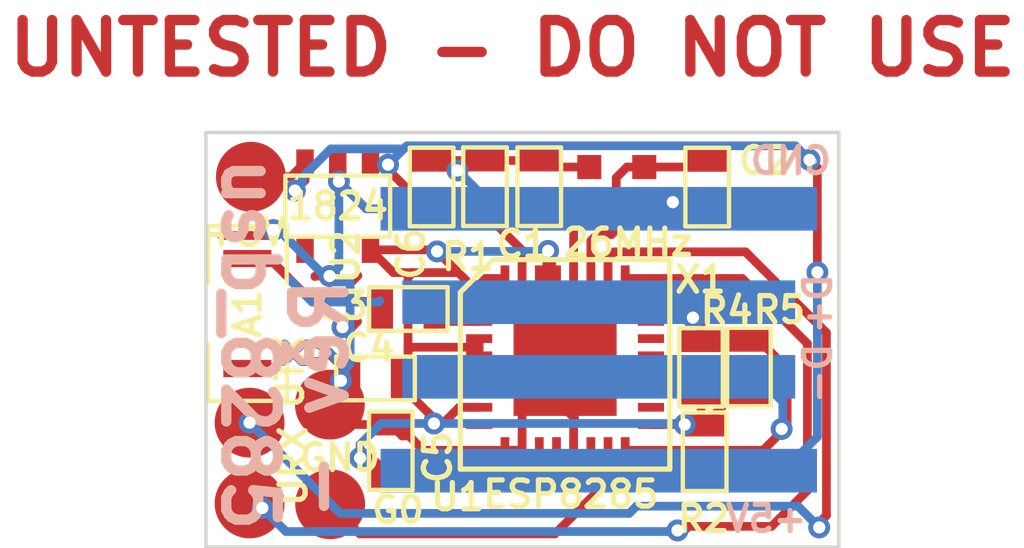
<source format=kicad_pcb>
(kicad_pcb (version 3) (host pcbnew "(2013-jul-07)-stable")

  (general
    (links 48)
    (no_connects 0)
    (area 36.367144 21.444028 59.2455 42.309972)
    (thickness 1.6)
    (drawings 21)
    (tracks 295)
    (zones 0)
    (modules 24)
    (nets 15)
  )

  (page User 139.7 139.7)
  (layers
    (15 F.Cu signal)
    (0 B.Cu signal)
    (16 B.Adhes user)
    (17 F.Adhes user)
    (18 B.Paste user)
    (19 F.Paste user)
    (20 B.SilkS user)
    (21 F.SilkS user)
    (22 B.Mask user)
    (23 F.Mask user)
    (24 Dwgs.User user)
    (25 Cmts.User user)
    (26 Eco1.User user)
    (27 Eco2.User user)
    (28 Edge.Cuts user)
  )

  (setup
    (last_trace_width 0.254)
    (trace_clearance 0.2413)
    (zone_clearance 0.508)
    (zone_45_only no)
    (trace_min 0.254)
    (segment_width 0.2)
    (edge_width 0.1)
    (via_size 0.635)
    (via_drill 0.3556)
    (via_min_size 0.6096)
    (via_min_drill 0.3302)
    (uvia_size 0.508)
    (uvia_drill 0.127)
    (uvias_allowed no)
    (uvia_min_size 0.508)
    (uvia_min_drill 0.127)
    (pcb_text_width 0.3)
    (pcb_text_size 1.5 1.5)
    (mod_edge_width 0.15)
    (mod_text_size 0.762 0.762)
    (mod_text_width 0.1524)
    (pad_size 1.0414 1.0414)
    (pad_drill 0)
    (pad_to_mask_clearance 0)
    (aux_axis_origin 0 0)
    (visible_elements FFFFFFBF)
    (pcbplotparams
      (layerselection 284721153)
      (usegerberextensions true)
      (excludeedgelayer true)
      (linewidth 0.150000)
      (plotframeref false)
      (viasonmask false)
      (mode 1)
      (useauxorigin false)
      (hpglpennumber 1)
      (hpglpenspeed 20)
      (hpglpendiameter 15)
      (hpglpenoverlay 2)
      (psnegative false)
      (psa4output false)
      (plotreference true)
      (plotvalue true)
      (plotothertext true)
      (plotinvisibletext false)
      (padsonsilk false)
      (subtractmaskfromsilk false)
      (outputformat 1)
      (mirror false)
      (drillshape 0)
      (scaleselection 1)
      (outputdirectory usb_8285-rev-))
  )

  (net 0 "")
  (net 1 +3.3V)
  (net 2 +5V)
  (net 3 /D+)
  (net 4 /D-)
  (net 5 GND)
  (net 6 N-0000012)
  (net 7 N-0000015)
  (net 8 N-0000016)
  (net 9 N-0000025)
  (net 10 N-0000026)
  (net 11 N-000003)
  (net 12 N-000005)
  (net 13 N-000006)
  (net 14 N-000007)

  (net_class Default "This is the default net class."
    (clearance 0.2413)
    (trace_width 0.254)
    (via_dia 0.635)
    (via_drill 0.3556)
    (uvia_dia 0.508)
    (uvia_drill 0.127)
    (add_net "")
    (add_net +3.3V)
    (add_net +5V)
    (add_net /D+)
    (add_net /D-)
    (add_net GND)
    (add_net N-0000012)
    (add_net N-0000015)
    (add_net N-0000016)
    (add_net N-0000025)
    (add_net N-0000026)
    (add_net N-000003)
    (add_net N-000005)
    (add_net N-000006)
    (add_net N-000007)
  )

  (module .1SMTPIN (layer B.Cu) (tedit 57A8F3C1) (tstamp 57A264EF)
    (at 52.07 30.48)
    (path /57A262F1)
    (fp_text reference P3 (at 0 0) (layer B.SilkS) hide
      (effects (font (size 0.762 0.762) (thickness 0.1524)) (justify mirror))
    )
    (fp_text value D+ (at 6.37286 0.35052 90) (layer B.SilkS)
      (effects (font (size 0.762 0.762) (thickness 0.1524)) (justify mirror))
    )
    (pad 1 smd rect (at 0 0.3048) (size 11.43 1.27)
      (layers B.Cu B.Paste B.Mask)
      (net 3 /D+)
    )
  )

  (module SM0603 (layer F.Cu) (tedit 57A8F56F) (tstamp 57A26471)
    (at 48.76038 27.42438 270)
    (path /57A25A68)
    (attr smd)
    (fp_text reference R1 (at 2.03962 0.50038 360) (layer F.SilkS)
      (effects (font (size 0.762 0.762) (thickness 0.1524)))
    )
    (fp_text value 12k (at 0 0 270) (layer F.SilkS) hide
      (effects (font (size 0.762 0.762) (thickness 0.1524)))
    )
    (fp_line (start -1.143 -0.635) (end 1.143 -0.635) (layer F.SilkS) (width 0.127))
    (fp_line (start 1.143 -0.635) (end 1.143 0.635) (layer F.SilkS) (width 0.127))
    (fp_line (start 1.143 0.635) (end -1.143 0.635) (layer F.SilkS) (width 0.127))
    (fp_line (start -1.143 0.635) (end -1.143 -0.635) (layer F.SilkS) (width 0.127))
    (pad 1 smd rect (at -0.762 0 270) (size 0.635 1.143)
      (layers F.Cu F.Paste F.Mask)
      (net 5 GND)
    )
    (pad 2 smd rect (at 0.762 0 270) (size 0.635 1.143)
      (layers F.Cu F.Paste F.Mask)
      (net 7 N-0000015)
    )
    (model smd\resistors\R0603.wrl
      (at (xyz 0 0 0.001))
      (scale (xyz 0.5 0.5 0.5))
      (rotate (xyz 0 0 0))
    )
  )

  (module SM0603 (layer F.Cu) (tedit 57A8FB04) (tstamp 57A2647B)
    (at 47.2059 27.432 270)
    (path /57A26510)
    (attr smd)
    (fp_text reference C6 (at 1.9431 0.60452 270) (layer F.SilkS)
      (effects (font (size 0.762 0.762) (thickness 0.1524)))
    )
    (fp_text value 1u (at 0 0 270) (layer F.SilkS) hide
      (effects (font (size 0.762 0.762) (thickness 0.1524)))
    )
    (fp_line (start -1.143 -0.635) (end 1.143 -0.635) (layer F.SilkS) (width 0.127))
    (fp_line (start 1.143 -0.635) (end 1.143 0.635) (layer F.SilkS) (width 0.127))
    (fp_line (start 1.143 0.635) (end -1.143 0.635) (layer F.SilkS) (width 0.127))
    (fp_line (start -1.143 0.635) (end -1.143 -0.635) (layer F.SilkS) (width 0.127))
    (pad 1 smd rect (at -0.762 0 270) (size 0.635 1.143)
      (layers F.Cu F.Paste F.Mask)
      (net 5 GND)
    )
    (pad 2 smd rect (at 0.762 0 270) (size 0.635 1.143)
      (layers F.Cu F.Paste F.Mask)
      (net 2 +5V)
    )
    (model smd\resistors\R0603.wrl
      (at (xyz 0 0 0.001))
      (scale (xyz 0.5 0.5 0.5))
      (rotate (xyz 0 0 0))
    )
  )

  (module SM0603 (layer F.Cu) (tedit 57A8F543) (tstamp 57A26485)
    (at 55.15102 35.13582 270)
    (path /57A26418)
    (attr smd)
    (fp_text reference R2 (at 1.94818 0.03302 360) (layer F.SilkS)
      (effects (font (size 0.762 0.762) (thickness 0.1524)))
    )
    (fp_text value 12k (at 0 0 270) (layer F.SilkS) hide
      (effects (font (size 0.762 0.762) (thickness 0.1524)))
    )
    (fp_line (start -1.143 -0.635) (end 1.143 -0.635) (layer F.SilkS) (width 0.127))
    (fp_line (start 1.143 -0.635) (end 1.143 0.635) (layer F.SilkS) (width 0.127))
    (fp_line (start 1.143 0.635) (end -1.143 0.635) (layer F.SilkS) (width 0.127))
    (fp_line (start -1.143 0.635) (end -1.143 -0.635) (layer F.SilkS) (width 0.127))
    (pad 1 smd rect (at -0.762 0 270) (size 0.635 1.143)
      (layers F.Cu F.Paste F.Mask)
      (net 1 +3.3V)
    )
    (pad 2 smd rect (at 0.762 0 270) (size 0.635 1.143)
      (layers F.Cu F.Paste F.Mask)
      (net 11 N-000003)
    )
    (model smd\resistors\R0603.wrl
      (at (xyz 0 0 0.001))
      (scale (xyz 0.5 0.5 0.5))
      (rotate (xyz 0 0 0))
    )
  )

  (module SM0603 (layer F.Cu) (tedit 57B2117E) (tstamp 57A2648F)
    (at 46.01718 35.10534 270)
    (path /57A25EB7)
    (attr smd)
    (fp_text reference C5 (at 0.18796 -1.36652 270) (layer F.SilkS)
      (effects (font (size 0.762 0.762) (thickness 0.1524)))
    )
    (fp_text value .1u (at 0 0 270) (layer F.SilkS) hide
      (effects (font (size 0.762 0.762) (thickness 0.1524)))
    )
    (fp_line (start -1.143 -0.635) (end 1.143 -0.635) (layer F.SilkS) (width 0.127))
    (fp_line (start 1.143 -0.635) (end 1.143 0.635) (layer F.SilkS) (width 0.127))
    (fp_line (start 1.143 0.635) (end -1.143 0.635) (layer F.SilkS) (width 0.127))
    (fp_line (start -1.143 0.635) (end -1.143 -0.635) (layer F.SilkS) (width 0.127))
    (pad 1 smd rect (at -0.762 0 270) (size 0.635 1.143)
      (layers F.Cu F.Paste F.Mask)
      (net 5 GND)
    )
    (pad 2 smd rect (at 0.762 0 270) (size 0.635 1.143)
      (layers F.Cu F.Paste F.Mask)
      (net 1 +3.3V)
    )
    (model smd\resistors\R0603.wrl
      (at (xyz 0 0 0.001))
      (scale (xyz 0.5 0.5 0.5))
      (rotate (xyz 0 0 0))
    )
  )

  (module SM0603 (layer F.Cu) (tedit 57B2117B) (tstamp 57A26499)
    (at 45.57522 33.00222)
    (path /57A25EB1)
    (attr smd)
    (fp_text reference C4 (at -0.20066 -0.89154) (layer F.SilkS)
      (effects (font (size 0.762 0.762) (thickness 0.1524)))
    )
    (fp_text value 10u (at 0 0) (layer F.SilkS) hide
      (effects (font (size 0.762 0.762) (thickness 0.1524)))
    )
    (fp_line (start -1.143 -0.635) (end 1.143 -0.635) (layer F.SilkS) (width 0.127))
    (fp_line (start 1.143 -0.635) (end 1.143 0.635) (layer F.SilkS) (width 0.127))
    (fp_line (start 1.143 0.635) (end -1.143 0.635) (layer F.SilkS) (width 0.127))
    (fp_line (start -1.143 0.635) (end -1.143 -0.635) (layer F.SilkS) (width 0.127))
    (pad 1 smd rect (at -0.762 0) (size 0.635 1.143)
      (layers F.Cu F.Paste F.Mask)
      (net 5 GND)
    )
    (pad 2 smd rect (at 0.762 0) (size 0.635 1.143)
      (layers F.Cu F.Paste F.Mask)
      (net 1 +3.3V)
    )
    (model smd\resistors\R0603.wrl
      (at (xyz 0 0 0.001))
      (scale (xyz 0.5 0.5 0.5))
      (rotate (xyz 0 0 0))
    )
  )

  (module SM0603 (layer F.Cu) (tedit 57A8F558) (tstamp 57A264A3)
    (at 55.22468 27.43454 90)
    (path /57A25B20)
    (attr smd)
    (fp_text reference C2 (at 0.76454 1.67132 180) (layer F.SilkS)
      (effects (font (size 0.762 0.762) (thickness 0.1524)))
    )
    (fp_text value 5.6p (at 0 0 90) (layer F.SilkS) hide
      (effects (font (size 0.762 0.762) (thickness 0.1524)))
    )
    (fp_line (start -1.143 -0.635) (end 1.143 -0.635) (layer F.SilkS) (width 0.127))
    (fp_line (start 1.143 -0.635) (end 1.143 0.635) (layer F.SilkS) (width 0.127))
    (fp_line (start 1.143 0.635) (end -1.143 0.635) (layer F.SilkS) (width 0.127))
    (fp_line (start -1.143 0.635) (end -1.143 -0.635) (layer F.SilkS) (width 0.127))
    (pad 1 smd rect (at -0.762 0 90) (size 0.635 1.143)
      (layers F.Cu F.Paste F.Mask)
      (net 5 GND)
    )
    (pad 2 smd rect (at 0.762 0 90) (size 0.635 1.143)
      (layers F.Cu F.Paste F.Mask)
      (net 10 N-0000026)
    )
    (model smd\resistors\R0603.wrl
      (at (xyz 0 0 0.001))
      (scale (xyz 0.5 0.5 0.5))
      (rotate (xyz 0 0 0))
    )
  )

  (module SM0603 (layer F.Cu) (tedit 57A8FAE1) (tstamp 57A264AD)
    (at 50.33772 27.42438 90)
    (path /57A25B1A)
    (attr smd)
    (fp_text reference C1 (at -1.6764 -0.49022 180) (layer F.SilkS)
      (effects (font (size 0.762 0.762) (thickness 0.1524)))
    )
    (fp_text value 5.6p (at 0 0 90) (layer F.SilkS) hide
      (effects (font (size 0.762 0.762) (thickness 0.1524)))
    )
    (fp_line (start -1.143 -0.635) (end 1.143 -0.635) (layer F.SilkS) (width 0.127))
    (fp_line (start 1.143 -0.635) (end 1.143 0.635) (layer F.SilkS) (width 0.127))
    (fp_line (start 1.143 0.635) (end -1.143 0.635) (layer F.SilkS) (width 0.127))
    (fp_line (start -1.143 0.635) (end -1.143 -0.635) (layer F.SilkS) (width 0.127))
    (pad 1 smd rect (at -0.762 0 90) (size 0.635 1.143)
      (layers F.Cu F.Paste F.Mask)
      (net 9 N-0000025)
    )
    (pad 2 smd rect (at 0.762 0 90) (size 0.635 1.143)
      (layers F.Cu F.Paste F.Mask)
      (net 5 GND)
    )
    (model smd\resistors\R0603.wrl
      (at (xyz 0 0 0.001))
      (scale (xyz 0.5 0.5 0.5))
      (rotate (xyz 0 0 0))
    )
  )

  (module SM0603 (layer F.Cu) (tedit 57A8FB0A) (tstamp 57A264B7)
    (at 46.52772 30.98292)
    (path /57A25A83)
    (attr smd)
    (fp_text reference C3 (at -1.93548 -0.09906) (layer F.SilkS)
      (effects (font (size 0.762 0.762) (thickness 0.1524)))
    )
    (fp_text value 5.6p (at 0 0) (layer F.SilkS) hide
      (effects (font (size 0.762 0.762) (thickness 0.1524)))
    )
    (fp_line (start -1.143 -0.635) (end 1.143 -0.635) (layer F.SilkS) (width 0.127))
    (fp_line (start 1.143 -0.635) (end 1.143 0.635) (layer F.SilkS) (width 0.127))
    (fp_line (start 1.143 0.635) (end -1.143 0.635) (layer F.SilkS) (width 0.127))
    (fp_line (start -1.143 0.635) (end -1.143 -0.635) (layer F.SilkS) (width 0.127))
    (pad 1 smd rect (at -0.762 0) (size 0.635 1.143)
      (layers F.Cu F.Paste F.Mask)
      (net 6 N-0000012)
    )
    (pad 2 smd rect (at 0.762 0) (size 0.635 1.143)
      (layers F.Cu F.Paste F.Mask)
      (net 8 N-0000016)
    )
    (model smd\resistors\R0603.wrl
      (at (xyz 0 0 0.001))
      (scale (xyz 0.5 0.5 0.5))
      (rotate (xyz 0 0 0))
    )
  )

  (module QFN32 (layer F.Cu) (tedit 57A8FACB) (tstamp 57A264E2)
    (at 51.08956 32.59328)
    (descr "Support CMS Plcc 32 pins")
    (tags "CMS Plcc")
    (path /57A25A2C)
    (attr smd)
    (fp_text reference U1 (at -3.13436 3.85572) (layer F.SilkS)
      (effects (font (size 0.762 0.762) (thickness 0.1524)))
    )
    (fp_text value ESP8285 (at 0.16764 3.77952) (layer F.SilkS)
      (effects (font (size 0.762 0.762) (thickness 0.1524)))
    )
    (fp_line (start -2.0955 -3.048) (end 2.0955 -3.048) (layer F.SilkS) (width 0.1524))
    (fp_line (start 2.0955 -3.048) (end 3.048 -3.048) (layer F.SilkS) (width 0.1524))
    (fp_line (start 3.048 -3.048) (end 3.048 3.048) (layer F.SilkS) (width 0.1524))
    (fp_line (start 3.048 3.048) (end -3.048 3.048) (layer F.SilkS) (width 0.1524))
    (fp_line (start -3.048 3.048) (end -3.048 -2.0955) (layer F.SilkS) (width 0.1524))
    (fp_line (start -3.048 -2.0955) (end -2.0955 -3.048) (layer F.SilkS) (width 0.1524))
    (pad 31 smd rect (at -1.24968 -2.49936) (size 0.254 0.762)
      (layers F.Cu F.Paste F.Mask)
      (net 7 N-0000015)
    )
    (pad 30 smd rect (at -0.7493 -2.49936) (size 0.254 0.762)
      (layers F.Cu F.Paste F.Mask)
      (net 1 +3.3V)
    )
    (pad 29 smd rect (at -0.24892 -2.49936) (size 0.254 0.762)
      (layers F.Cu F.Paste F.Mask)
      (net 1 +3.3V)
    )
    (pad 32 smd rect (at -1.75006 -2.49936) (size 0.254 0.762)
      (layers F.Cu F.Paste F.Mask)
      (net 1 +3.3V)
    )
    (pad 1 smd rect (at -2.49936 -1.75006 90) (size 0.254 0.762)
      (layers F.Cu F.Paste F.Mask)
      (net 1 +3.3V)
    )
    (pad 2 smd rect (at -2.49936 -1.24968 90) (size 0.254 0.762)
      (layers F.Cu F.Paste F.Mask)
      (net 8 N-0000016)
    )
    (pad 3 smd rect (at -2.49936 -0.7493 90) (size 0.254 0.762)
      (layers F.Cu F.Paste F.Mask)
      (net 1 +3.3V)
    )
    (pad 4 smd rect (at -2.49936 -0.24892 90) (size 0.254 0.762)
      (layers F.Cu F.Paste F.Mask)
      (net 1 +3.3V)
    )
    (pad 5 smd rect (at -2.49936 0.24892 90) (size 0.254 0.762)
      (layers F.Cu F.Paste F.Mask)
    )
    (pad 6 smd rect (at -2.49936 0.7493 90) (size 0.254 0.762)
      (layers F.Cu F.Paste F.Mask)
      (net 14 N-000007)
    )
    (pad 7 smd rect (at -2.49936 1.24968 90) (size 0.254 0.762)
      (layers F.Cu F.Paste F.Mask)
      (net 1 +3.3V)
    )
    (pad 8 smd rect (at -2.49936 1.75006 90) (size 0.254 0.762)
      (layers F.Cu F.Paste F.Mask)
    )
    (pad 16 smd rect (at 1.75006 2.49936) (size 0.254 0.762)
      (layers F.Cu F.Paste F.Mask)
      (net 4 /D-)
    )
    (pad 9 smd rect (at -1.75006 2.49936) (size 0.254 0.762)
      (layers F.Cu F.Paste F.Mask)
      (net 5 GND)
    )
    (pad 10 smd rect (at -1.24968 2.49936) (size 0.254 0.762)
      (layers F.Cu F.Paste F.Mask)
      (net 5 GND)
    )
    (pad 11 smd rect (at -0.7493 2.49936) (size 0.254 0.762)
      (layers F.Cu F.Paste F.Mask)
      (net 1 +3.3V)
    )
    (pad 12 smd rect (at -0.24892 2.49936) (size 0.254 0.762)
      (layers F.Cu F.Paste F.Mask)
    )
    (pad 13 smd rect (at 0.24892 2.49936) (size 0.254 0.762)
      (layers F.Cu F.Paste F.Mask)
      (net 5 GND)
    )
    (pad 14 smd rect (at 0.7493 2.49936) (size 0.254 0.762)
      (layers F.Cu F.Paste F.Mask)
    )
    (pad 15 smd rect (at 1.24968 2.49936) (size 0.254 0.762)
      (layers F.Cu F.Paste F.Mask)
      (net 11 N-000003)
    )
    (pad 17 smd rect (at 2.49936 1.75006 90) (size 0.254 0.762)
      (layers F.Cu F.Paste F.Mask)
      (net 1 +3.3V)
    )
    (pad 18 smd rect (at 2.49936 1.24968 90) (size 0.254 0.762)
      (layers F.Cu F.Paste F.Mask)
    )
    (pad 19 smd rect (at 2.49936 0.7493 90) (size 0.254 0.762)
      (layers F.Cu F.Paste F.Mask)
    )
    (pad 20 smd rect (at 2.49936 0.24892 90) (size 0.254 0.762)
      (layers F.Cu F.Paste F.Mask)
    )
    (pad 21 smd rect (at 2.49936 -0.24892 90) (size 0.254 0.762)
      (layers F.Cu F.Paste F.Mask)
    )
    (pad 22 smd rect (at 2.49936 -0.7493 90) (size 0.254 0.762)
      (layers F.Cu F.Paste F.Mask)
    )
    (pad 23 smd rect (at 2.49936 -1.24968 90) (size 0.254 0.762)
      (layers F.Cu F.Paste F.Mask)
    )
    (pad 24 smd rect (at 2.49936 -1.75006 90) (size 0.254 0.762)
      (layers F.Cu F.Paste F.Mask)
      (net 3 /D+)
    )
    (pad 25 smd rect (at 1.75006 -2.49936) (size 0.254 0.762)
      (layers F.Cu F.Paste F.Mask)
      (net 13 N-000006)
    )
    (pad 26 smd rect (at 1.24968 -2.49936) (size 0.254 0.762)
      (layers F.Cu F.Paste F.Mask)
      (net 12 N-000005)
    )
    (pad 27 smd rect (at 0.7493 -2.49936) (size 0.254 0.762)
      (layers F.Cu F.Paste F.Mask)
      (net 10 N-0000026)
    )
    (pad 28 smd rect (at 0.24892 -2.49936) (size 0.254 0.762)
      (layers F.Cu F.Paste F.Mask)
      (net 9 N-0000025)
    )
    (pad 33 smd rect (at 0 0) (size 2.99974 2.99974)
      (layers F.Cu F.Paste F.Mask)
      (net 5 GND)
    )
  )

  (module XTAL4TINY (layer F.Cu) (tedit 57A8FADE) (tstamp 57A264EA)
    (at 52.59324 27.45232)
    (path /57A25AC8)
    (fp_text reference X1 (at 2.43078 2.667) (layer F.SilkS)
      (effects (font (size 0.762 0.762) (thickness 0.1524)))
    )
    (fp_text value 26MHz (at 0.32766 1.59258) (layer F.SilkS)
      (effects (font (size 0.762 0.762) (thickness 0.1524)))
    )
    (pad 1 smd rect (at -0.8 0.6) (size 0.7 0.7)
      (layers F.Cu F.Paste F.Mask)
      (net 9 N-0000025)
    )
    (pad 2 smd rect (at 0.8 -0.6) (size 0.7 0.7)
      (layers F.Cu F.Paste F.Mask)
      (net 10 N-0000026)
    )
    (pad 3 smd rect (at -0.8 -0.6) (size 0.7 0.7)
      (layers F.Cu F.Paste F.Mask)
      (net 5 GND)
    )
    (pad 4 smd rect (at 0.8 0.6) (size 0.7 0.7)
      (layers F.Cu F.Paste F.Mask)
      (net 5 GND)
    )
  )

  (module .1SMTPIN (layer B.Cu) (tedit 57A8F3C5) (tstamp 57A264F4)
    (at 52.07 32.9565)
    (path /57A262FE)
    (fp_text reference P8 (at 0 0) (layer B.SilkS) hide
      (effects (font (size 0.762 0.762) (thickness 0.1524)) (justify mirror))
    )
    (fp_text value D- (at 6.37286 -0.09906 90) (layer B.SilkS)
      (effects (font (size 0.762 0.762) (thickness 0.1524)) (justify mirror))
    )
    (pad 1 smd rect (at 0 0) (size 11.43 1.27)
      (layers B.Cu B.Paste B.Mask)
      (net 4 /D-)
    )
  )

  (module .1SMTPIN (layer B.Cu) (tedit 57A8F635) (tstamp 57A975A3)
    (at 52.07 28.067)
    (path /57A2636F)
    (fp_text reference P6 (at 0 0) (layer B.SilkS) hide
      (effects (font (size 0.762 0.762) (thickness 0.1524)) (justify mirror))
    )
    (fp_text value GND (at 5.588 -1.397) (layer B.SilkS)
      (effects (font (size 0.762 0.762) (thickness 0.1524)) (justify mirror))
    )
    (pad 1 smd rect (at 0 0) (size 12.7 1.27)
      (layers B.Cu B.Paste B.Mask)
      (net 5 GND)
    )
  )

  (module .1SMTPIN (layer B.Cu) (tedit 57A8F629) (tstamp 57A264FE)
    (at 52.07 35.687)
    (path /57A26363)
    (fp_text reference P4 (at 0 0) (layer B.SilkS) hide
      (effects (font (size 0.762 0.762) (thickness 0.1524)) (justify mirror))
    )
    (fp_text value +5V (at 4.8768 1.397) (layer B.SilkS)
      (effects (font (size 0.762 0.762) (thickness 0.1524)) (justify mirror))
    )
    (pad 1 smd rect (at 0 0) (size 12.7 1.27)
      (layers B.Cu B.Paste B.Mask)
      (net 2 +5V)
    )
  )

  (module .1SMTPIN (layer F.Cu) (tedit 57B21175) (tstamp 57A26503)
    (at 41.91 34.29)
    (path /57A263B8)
    (fp_text reference P1 (at 0 0) (layer F.SilkS) hide
      (effects (font (size 0.762 0.762) (thickness 0.1524)))
    )
    (fp_text value UTX (at 1.17094 -1.46812 90) (layer F.SilkS)
      (effects (font (size 0.762 0.762) (thickness 0.1524)))
    )
    (pad 1 smd circle (at 0 0) (size 2.032 2.032)
      (layers F.Cu F.Paste F.Mask)
      (net 12 N-000005)
    )
  )

  (module .1SMTPIN (layer F.Cu) (tedit 57A8F5A9) (tstamp 57A26508)
    (at 41.91 36.6395)
    (path /57A263D1)
    (fp_text reference P2 (at 0 0) (layer F.SilkS) hide
      (effects (font (size 0.762 0.762) (thickness 0.1524)))
    )
    (fp_text value URX (at 1.27 -1.0795 90) (layer F.SilkS)
      (effects (font (size 0.762 0.762) (thickness 0.1524)))
    )
    (pad 1 smd circle (at 0 0) (size 2.032 2.032)
      (layers F.Cu F.Paste F.Mask)
      (net 13 N-000006)
    )
  )

  (module .1SMTPIN (layer F.Cu) (tedit 57A8F59F) (tstamp 57A2650D)
    (at 44.25442 36.66236)
    (path /57A263E3)
    (fp_text reference P9 (at 0 0) (layer F.SilkS) hide
      (effects (font (size 0.762 0.762) (thickness 0.1524)))
    )
    (fp_text value G0 (at 1.97358 0.16764) (layer F.SilkS)
      (effects (font (size 0.762 0.762) (thickness 0.1524)))
    )
    (pad 1 smd circle (at 0 0) (size 2.032 2.032)
      (layers F.Cu F.Paste F.Mask)
      (net 11 N-000003)
    )
  )

  (module .1SMTPIN (layer F.Cu) (tedit 57A8FB11) (tstamp 57A26512)
    (at 41.9481 27.13482)
    (path /57A26476)
    (fp_text reference P5 (at 0 0) (layer F.SilkS) hide
      (effects (font (size 0.762 0.762) (thickness 0.1524)))
    )
    (fp_text value +5V (at -0.17018 1.62306) (layer F.SilkS)
      (effects (font (size 0.762 0.762) (thickness 0.1524)))
    )
    (pad 1 smd circle (at 0 0) (size 2.032 2.032)
      (layers F.Cu F.Paste F.Mask)
      (net 2 +5V)
    )
  )

  (module .1SMTPIN (layer F.Cu) (tedit 57B21170) (tstamp 57A26517)
    (at 44.2468 33.76422)
    (path /57A2647C)
    (fp_text reference P7 (at 0 0) (layer F.SilkS) hide
      (effects (font (size 0.762 0.762) (thickness 0.1524)))
    )
    (fp_text value GND (at 0.2921 1.54686) (layer F.SilkS)
      (effects (font (size 0.762 0.762) (thickness 0.1524)))
    )
    (pad 1 smd circle (at 0 0) (size 2.032 2.032)
      (layers F.Cu F.Paste F.Mask)
      (net 5 GND)
    )
  )

  (module SOT23-5 (layer F.Cu) (tedit 57A8F588) (tstamp 57A26524)
    (at 44.4754 27.9908 180)
    (path /57A264E5)
    (attr smd)
    (fp_text reference U2 (at -0.2286 -1.4732 270) (layer F.SilkS)
      (effects (font (size 0.762 0.762) (thickness 0.1524)))
    )
    (fp_text value 1824 (at 0 0 180) (layer F.SilkS)
      (effects (font (size 0.762 0.762) (thickness 0.1524)))
    )
    (fp_line (start 1.524 -0.889) (end 1.524 0.889) (layer F.SilkS) (width 0.127))
    (fp_line (start 1.524 0.889) (end -1.524 0.889) (layer F.SilkS) (width 0.127))
    (fp_line (start -1.524 0.889) (end -1.524 -0.889) (layer F.SilkS) (width 0.127))
    (fp_line (start -1.524 -0.889) (end 1.524 -0.889) (layer F.SilkS) (width 0.127))
    (pad 1 smd rect (at -0.9525 1.27 180) (size 0.508 0.762)
      (layers F.Cu F.Paste F.Mask)
      (net 2 +5V)
    )
    (pad 3 smd rect (at 0.9525 1.27 180) (size 0.508 0.762)
      (layers F.Cu F.Paste F.Mask)
      (net 2 +5V)
    )
    (pad 5 smd rect (at -0.9525 -1.27 180) (size 0.508 0.762)
      (layers F.Cu F.Paste F.Mask)
      (net 1 +3.3V)
    )
    (pad 2 smd rect (at 0 1.27 180) (size 0.508 0.762)
      (layers F.Cu F.Paste F.Mask)
      (net 5 GND)
    )
    (pad 4 smd rect (at 0.9525 -1.27 180) (size 0.508 0.762)
      (layers F.Cu F.Paste F.Mask)
    )
    (model smd/SOT23_5.wrl
      (at (xyz 0 0 0))
      (scale (xyz 0.1 0.1 0.1))
      (rotate (xyz 0 0 0))
    )
  )

  (module SM1206 (layer F.Cu) (tedit 57A8FEE4) (tstamp 57A8E851)
    (at 41.8465 31.115 270)
    (path /57A8E837)
    (attr smd)
    (fp_text reference A1 (at 0 0 270) (layer F.SilkS)
      (effects (font (size 0.762 0.762) (thickness 0.1524)))
    )
    (fp_text value ANT (at 0 0 270) (layer F.SilkS) hide
      (effects (font (size 0.762 0.762) (thickness 0.1524)))
    )
    (fp_line (start -2.54 -1.143) (end -2.54 1.143) (layer F.SilkS) (width 0.127))
    (fp_line (start -2.54 1.143) (end -0.889 1.143) (layer F.SilkS) (width 0.127))
    (fp_line (start 0.889 -1.143) (end 2.54 -1.143) (layer F.SilkS) (width 0.127))
    (fp_line (start 2.54 -1.143) (end 2.54 1.143) (layer F.SilkS) (width 0.127))
    (fp_line (start 2.54 1.143) (end 0.889 1.143) (layer F.SilkS) (width 0.127))
    (fp_line (start -0.889 -1.143) (end -2.54 -1.143) (layer F.SilkS) (width 0.127))
    (pad 1 smd rect (at -1.6 0 270) (size 0.5 1.4)
      (layers F.Cu F.Paste F.Mask)
      (net 6 N-0000012)
    )
    (pad 2 smd rect (at 1.6 0 270) (size 0.5 1.4)
      (layers F.Cu F.Paste F.Mask)
    )
    (model smd/chip_cms.wrl
      (at (xyz 0 0 0))
      (scale (xyz 0.17 0.16 0.16))
      (rotate (xyz 0 0 0))
    )
  )

  (module SM0603 (layer F.Cu) (tedit 57B21248) (tstamp 57A97560)
    (at 56.4388 32.66948 270)
    (path /57A8F67C)
    (attr smd)
    (fp_text reference R5 (at -1.66116 -0.88392 360) (layer F.SilkS)
      (effects (font (size 0.762 0.762) (thickness 0.1524)))
    )
    (fp_text value 1.5k (at 0 0 270) (layer F.SilkS) hide
      (effects (font (size 0.762 0.762) (thickness 0.1524)))
    )
    (fp_line (start -1.143 -0.635) (end 1.143 -0.635) (layer F.SilkS) (width 0.127))
    (fp_line (start 1.143 -0.635) (end 1.143 0.635) (layer F.SilkS) (width 0.127))
    (fp_line (start 1.143 0.635) (end -1.143 0.635) (layer F.SilkS) (width 0.127))
    (fp_line (start -1.143 0.635) (end -1.143 -0.635) (layer F.SilkS) (width 0.127))
    (pad 1 smd rect (at -0.762 0 270) (size 0.635 1.143)
      (layers F.Cu F.Paste F.Mask)
      (net 4 /D-)
    )
    (pad 2 smd rect (at 0.762 0 270) (size 0.635 1.143)
      (layers F.Cu F.Paste F.Mask)
      (net 1 +3.3V)
    )
    (model smd\resistors\R0603.wrl
      (at (xyz 0 0 0.001))
      (scale (xyz 0.5 0.5 0.5))
      (rotate (xyz 0 0 0))
    )
  )

  (module SM0603 (layer F.Cu) (tedit 57B21244) (tstamp 57B21055)
    (at 55.04688 32.67964 270)
    (path /57A8F4F8)
    (attr smd)
    (fp_text reference R4 (at -1.65354 -0.74676 360) (layer F.SilkS)
      (effects (font (size 0.762 0.762) (thickness 0.1524)))
    )
    (fp_text value 1.5k (at 0 0 270) (layer F.SilkS) hide
      (effects (font (size 0.762 0.762) (thickness 0.1524)))
    )
    (fp_line (start -1.143 -0.635) (end 1.143 -0.635) (layer F.SilkS) (width 0.127))
    (fp_line (start 1.143 -0.635) (end 1.143 0.635) (layer F.SilkS) (width 0.127))
    (fp_line (start 1.143 0.635) (end -1.143 0.635) (layer F.SilkS) (width 0.127))
    (fp_line (start -1.143 0.635) (end -1.143 -0.635) (layer F.SilkS) (width 0.127))
    (pad 1 smd rect (at -0.762 0 270) (size 0.635 1.143)
      (layers F.Cu F.Paste F.Mask)
      (net 3 /D+)
    )
    (pad 2 smd rect (at 0.762 0 270) (size 0.635 1.143)
      (layers F.Cu F.Paste F.Mask)
      (net 1 +3.3V)
    )
    (model smd\resistors\R0603.wrl
      (at (xyz 0 0 0.001))
      (scale (xyz 0.5 0.5 0.5))
      (rotate (xyz 0 0 0))
    )
  )

  (module .1SMTPIN (layer F.Cu) (tedit 57B21148) (tstamp 57B2105A)
    (at 47.42688 33.01492)
    (path /57B2119E)
    (fp_text reference P10 (at 0 0) (layer F.SilkS) hide
      (effects (font (size 0.762 0.762) (thickness 0.1524)))
    )
    (fp_text value ADC (at 0 0) (layer F.SilkS) hide
      (effects (font (size 0.762 0.762) (thickness 0.1524)))
    )
    (pad 1 smd circle (at 0 0) (size 1.0414 1.0414)
      (layers F.Cu F.Paste F.Mask)
      (net 14 N-000007)
    )
  )

  (gr_text "UNTESTED - DO NOT USE" (at 49.5554 23.39594) (layer F.Cu)
    (effects (font (size 1.5 1.5) (thickness 0.3)))
  )
  (gr_text "Rev -" (at 43.9674 33.6042 90) (layer B.SilkS)
    (effects (font (size 1.5 1.5) (thickness 0.3)) (justify mirror))
  )
  (gr_text usb_8285 (at 41.91 32.004 270) (layer B.SilkS)
    (effects (font (size 1.5 1.5) (thickness 0.3)))
  )
  (gr_line (start 43.942 32.512) (end 44.196 32.258) (angle 90) (layer B.SilkS) (width 0.2))
  (gr_line (start 43.434 32.512) (end 43.942 32.512) (angle 90) (layer B.SilkS) (width 0.2))
  (gr_line (start 42.926 32.004) (end 43.434 32.512) (angle 90) (layer B.SilkS) (width 0.2))
  (gr_line (start 42.926 32.512) (end 42.926 32.004) (angle 90) (layer B.SilkS) (width 0.2))
  (gr_line (start 43.434 32.004) (end 42.926 32.512) (angle 90) (layer B.SilkS) (width 0.2))
  (gr_line (start 43.942 32.004) (end 43.434 32.004) (angle 90) (layer B.SilkS) (width 0.2))
  (gr_line (start 44.196 32.258) (end 43.942 32.004) (angle 90) (layer B.SilkS) (width 0.2))
  (gr_line (start 43.434 32.004) (end 42.926 32.512) (angle 90) (layer F.SilkS) (width 0.2))
  (gr_line (start 43.942 32.004) (end 43.434 32.004) (angle 90) (layer F.SilkS) (width 0.2))
  (gr_line (start 44.196 32.258) (end 43.942 32.004) (angle 90) (layer F.SilkS) (width 0.2))
  (gr_line (start 43.942 32.512) (end 44.196 32.258) (angle 90) (layer F.SilkS) (width 0.2))
  (gr_line (start 43.434 32.512) (end 43.942 32.512) (angle 90) (layer F.SilkS) (width 0.2))
  (gr_line (start 42.926 32.004) (end 43.434 32.512) (angle 90) (layer F.SilkS) (width 0.2))
  (gr_line (start 42.926 32.512) (end 42.926 32.004) (angle 90) (layer F.SilkS) (width 0.2))
  (gr_line (start 59.055 37.9095) (end 40.64 37.9095) (angle 90) (layer Edge.Cuts) (width 0.1))
  (gr_line (start 59.055 25.8445) (end 40.64 25.8445) (angle 90) (layer Edge.Cuts) (width 0.1))
  (gr_line (start 59.055 37.9095) (end 59.055 25.8445) (angle 90) (layer Edge.Cuts) (width 0.1) (tstamp 57A8E679))
  (gr_line (start 40.64 37.9095) (end 40.64 25.8445) (angle 90) (layer Edge.Cuts) (width 0.1))

  (segment (start 47.16018 34.19856) (end 47.16018 34.05378) (width 0.254) (layer F.Cu) (net 1))
  (segment (start 46.33722 33.23082) (end 46.33722 33.00222) (width 0.254) (layer F.Cu) (net 1) (tstamp 57B2116B))
  (segment (start 47.16018 34.05378) (end 46.33722 33.23082) (width 0.254) (layer F.Cu) (net 1) (tstamp 57B2116A))
  (segment (start 48.5902 33.84296) (end 48.006 33.84296) (width 0.254) (layer F.Cu) (net 1))
  (segment (start 47.5361 34.31286) (end 47.27448 34.31286) (width 0.254) (layer F.Cu) (net 1) (tstamp 57B2115A))
  (segment (start 48.006 33.84296) (end 47.5361 34.31286) (width 0.254) (layer F.Cu) (net 1) (tstamp 57B21159))
  (segment (start 47.5742 32.09544) (end 46.61154 32.09544) (width 0.254) (layer F.Cu) (net 1))
  (segment (start 48.5902 32.08528) (end 48.54702 32.08528) (width 0.254) (layer F.Cu) (net 1) (tstamp 57A97187))
  (segment (start 47.5742 32.09544) (end 48.5902 32.09544) (width 0.254) (layer F.Cu) (net 1) (tstamp 57A97183))
  (segment (start 48.5902 32.09544) (end 48.58004 32.08528) (width 0.254) (layer F.Cu) (net 1) (tstamp 57A97185))
  (segment (start 48.58004 32.08528) (end 48.54702 32.08528) (width 0.254) (layer F.Cu) (net 1) (tstamp 57A97186))
  (segment (start 46.61154 32.09544) (end 46.5201 32.18688) (width 0.254) (layer F.Cu) (net 1) (tstamp 57B2111F))
  (segment (start 46.5201 31.99384) (end 46.5201 32.18688) (width 0.254) (layer F.Cu) (net 1))
  (segment (start 46.5201 32.18688) (end 46.5201 32.81934) (width 0.254) (layer F.Cu) (net 1) (tstamp 57B21122))
  (segment (start 46.5201 32.81934) (end 46.33722 33.00222) (width 0.254) (layer F.Cu) (net 1) (tstamp 57B21112))
  (segment (start 55.04688 33.44164) (end 55.04688 34.26968) (width 0.254) (layer F.Cu) (net 1))
  (segment (start 55.04688 34.26968) (end 55.15102 34.37382) (width 0.254) (layer F.Cu) (net 1) (tstamp 57B210DD))
  (segment (start 46.70044 36.0172) (end 46.16704 36.0172) (width 0.254) (layer F.Cu) (net 1))
  (segment (start 46.16704 36.0172) (end 46.01718 35.86734) (width 0.254) (layer F.Cu) (net 1) (tstamp 57A9775A))
  (segment (start 45.12564 35.3187) (end 45.46854 35.3187) (width 0.254) (layer F.Cu) (net 1))
  (segment (start 45.46854 35.3187) (end 46.01718 35.86734) (width 0.254) (layer F.Cu) (net 1) (tstamp 57A97755))
  (segment (start 47.27448 34.31286) (end 45.73524 34.31286) (width 0.254) (layer B.Cu) (net 1))
  (segment (start 45.73524 34.31286) (end 45.12564 34.92246) (width 0.254) (layer B.Cu) (net 1) (tstamp 57A97737))
  (segment (start 45.12564 34.92246) (end 45.12564 35.3187) (width 0.254) (layer B.Cu) (net 1) (tstamp 57A97739))
  (via (at 45.12564 35.3187) (size 0.635) (layers F.Cu B.Cu) (net 1))
  (segment (start 45.12564 35.3187) (end 45.1485 35.29584) (width 0.254) (layer F.Cu) (net 1) (tstamp 57A9773B))
  (segment (start 50.34026 35.09264) (end 50.34026 35.74034) (width 0.254) (layer F.Cu) (net 1))
  (segment (start 50.34026 35.74034) (end 50.0634 36.0172) (width 0.254) (layer F.Cu) (net 1) (tstamp 57A9771D))
  (segment (start 50.0634 36.0172) (end 46.70044 36.0172) (width 0.254) (layer F.Cu) (net 1) (tstamp 57A9771E))
  (segment (start 46.70044 36.0172) (end 46.66996 36.0172) (width 0.254) (layer F.Cu) (net 1) (tstamp 57A97758))
  (segment (start 55.15102 34.37382) (end 55.15102 34.33064) (width 0.254) (layer F.Cu) (net 1))
  (segment (start 55.15102 34.33064) (end 56.007 33.47466) (width 0.254) (layer F.Cu) (net 1) (tstamp 57A9770C))
  (segment (start 55.15102 34.37382) (end 54.60238 34.37382) (width 0.254) (layer F.Cu) (net 1))
  (segment (start 47.27448 34.31286) (end 47.16018 34.19856) (width 0.254) (layer F.Cu) (net 1) (tstamp 57A9728A))
  (segment (start 47.16018 34.19856) (end 47.117 34.15538) (width 0.254) (layer F.Cu) (net 1) (tstamp 57B21168))
  (via (at 47.27448 34.31286) (size 0.635) (layers F.Cu B.Cu) (net 1))
  (segment (start 54.54142 34.31286) (end 47.27448 34.31286) (width 0.254) (layer B.Cu) (net 1) (tstamp 57A97287))
  (segment (start 54.5719 34.34334) (end 54.54142 34.31286) (width 0.254) (layer B.Cu) (net 1) (tstamp 57A97286))
  (via (at 54.5719 34.34334) (size 0.635) (layers F.Cu B.Cu) (net 1))
  (segment (start 54.60238 34.37382) (end 54.5719 34.34334) (width 0.254) (layer F.Cu) (net 1) (tstamp 57A97284))
  (segment (start 53.58892 34.34334) (end 55.12054 34.34334) (width 0.254) (layer F.Cu) (net 1))
  (segment (start 55.12054 34.34334) (end 55.15102 34.37382) (width 0.254) (layer F.Cu) (net 1) (tstamp 57A971C6))
  (segment (start 46.65726 29.92374) (end 46.09084 29.92374) (width 0.254) (layer F.Cu) (net 1))
  (segment (start 46.09084 29.92374) (end 45.4279 29.2608) (width 0.254) (layer F.Cu) (net 1) (tstamp 57A971A4))
  (segment (start 46.5201 32.06496) (end 46.5201 31.99384) (width 0.254) (layer F.Cu) (net 1) (tstamp 57A9719D))
  (segment (start 46.5201 31.99384) (end 46.5201 30.0609) (width 0.254) (layer F.Cu) (net 1) (tstamp 57B21110))
  (segment (start 46.5201 30.0609) (end 46.65726 29.92374) (width 0.254) (layer F.Cu) (net 1) (tstamp 57A9719E))
  (segment (start 46.65726 29.92374) (end 47.98314 29.92374) (width 0.254) (layer F.Cu) (net 1) (tstamp 57A9719F))
  (via (at 47.36592 29.30652) (size 0.635) (layers F.Cu B.Cu) (net 1))
  (segment (start 47.36592 29.30652) (end 47.3202 29.2608) (width 0.254) (layer F.Cu) (net 1) (tstamp 57A97128))
  (segment (start 47.3202 29.2608) (end 45.4279 29.2608) (width 0.254) (layer F.Cu) (net 1) (tstamp 57A97129))
  (segment (start 50.84064 30.09392) (end 50.69586 29.94914) (width 0.254) (layer F.Cu) (net 1))
  (segment (start 50.69586 29.39034) (end 50.5968 29.29128) (width 0.254) (layer F.Cu) (net 1) (tstamp 57A97039))
  (segment (start 50.69586 29.94914) (end 50.69586 29.39034) (width 0.254) (layer F.Cu) (net 1) (tstamp 57A97038))
  (segment (start 50.55616 30.09392) (end 50.55616 29.33192) (width 0.254) (layer F.Cu) (net 1))
  (segment (start 50.55616 29.33192) (end 50.5968 29.29128) (width 0.254) (layer F.Cu) (net 1) (tstamp 57A97032))
  (segment (start 48.3362 30.2768) (end 48.5902 30.2768) (width 0.254) (layer F.Cu) (net 1) (tstamp 57A96FDF))
  (segment (start 47.98314 29.92374) (end 48.3362 30.2768) (width 0.254) (layer F.Cu) (net 1) (tstamp 57A971A2))
  (segment (start 47.36592 29.30652) (end 47.98314 29.92374) (width 0.254) (layer F.Cu) (net 1) (tstamp 57A96FDE))
  (segment (start 48.5902 31.84398) (end 48.5902 32.08528) (width 0.254) (layer F.Cu) (net 1))
  (segment (start 48.5902 32.08528) (end 48.5902 32.34436) (width 0.254) (layer F.Cu) (net 1) (tstamp 57A97188))
  (segment (start 49.3395 30.09392) (end 48.77308 30.09392) (width 0.254) (layer F.Cu) (net 1))
  (segment (start 48.5902 30.2768) (end 48.5902 30.84322) (width 0.254) (layer F.Cu) (net 1) (tstamp 57A96F6E))
  (segment (start 48.77308 30.09392) (end 48.5902 30.2768) (width 0.254) (layer F.Cu) (net 1) (tstamp 57A96F6D))
  (segment (start 50.34026 30.09392) (end 50.55616 30.09392) (width 0.254) (layer F.Cu) (net 1))
  (segment (start 50.55616 30.09392) (end 50.843178 30.09392) (width 0.254) (layer F.Cu) (net 1) (tstamp 57A97030))
  (segment (start 50.843178 30.09392) (end 50.84064 30.09392) (width 0.254) (layer F.Cu) (net 1) (tstamp 57A96F6C))
  (segment (start 50.58156 29.30652) (end 47.36592 29.30652) (width 0.254) (layer B.Cu) (net 1) (tstamp 57A97035))
  (via (at 50.5968 29.29128) (size 0.635) (layers F.Cu B.Cu) (net 1))
  (segment (start 50.5968 29.29128) (end 50.58156 29.30652) (width 0.254) (layer B.Cu) (net 1) (tstamp 57A97034))
  (segment (start 43.5229 26.7208) (end 43.5229 27.2415) (width 0.254) (layer F.Cu) (net 2))
  (segment (start 43.5229 27.2415) (end 43.22826 27.53614) (width 0.254) (layer F.Cu) (net 2) (tstamp 57A976A5))
  (via (at 43.22826 27.53614) (size 0.635) (layers F.Cu B.Cu) (net 2))
  (segment (start 43.22826 27.53614) (end 43.4467 27.3177) (width 0.254) (layer B.Cu) (net 2) (tstamp 57A976A7))
  (segment (start 43.4467 27.3177) (end 43.4467 27.14752) (width 0.254) (layer B.Cu) (net 2) (tstamp 57A976A8))
  (segment (start 43.4467 27.14752) (end 44.26966 26.32456) (width 0.254) (layer B.Cu) (net 2) (tstamp 57A976A9))
  (segment (start 44.26966 26.32456) (end 46.39564 26.32456) (width 0.254) (layer B.Cu) (net 2) (tstamp 57A976AA))
  (segment (start 45.93844 26.78176) (end 45.93844 26.92654) (width 0.254) (layer F.Cu) (net 2))
  (segment (start 45.93844 26.92654) (end 47.2059 28.194) (width 0.254) (layer F.Cu) (net 2) (tstamp 57A976A2))
  (segment (start 58.43016 29.91612) (end 58.43016 26.8732) (width 0.254) (layer F.Cu) (net 2))
  (segment (start 58.43016 26.8732) (end 58.20156 26.6446) (width 0.254) (layer F.Cu) (net 2) (tstamp 57A97698))
  (via (at 58.20156 26.6446) (size 0.635) (layers F.Cu B.Cu) (net 2))
  (segment (start 58.20156 26.6446) (end 57.79008 26.23312) (width 0.254) (layer B.Cu) (net 2) (tstamp 57A9769A))
  (segment (start 57.79008 26.23312) (end 46.48708 26.23312) (width 0.254) (layer B.Cu) (net 2) (tstamp 57A9769B))
  (segment (start 46.48708 26.23312) (end 46.39564 26.32456) (width 0.254) (layer B.Cu) (net 2) (tstamp 57A9769C))
  (segment (start 46.39564 26.32456) (end 45.93844 26.78176) (width 0.254) (layer B.Cu) (net 2) (tstamp 57A976AD))
  (via (at 45.93844 26.78176) (size 0.635) (layers F.Cu B.Cu) (net 2))
  (segment (start 45.93844 26.78176) (end 45.87748 26.7208) (width 0.254) (layer F.Cu) (net 2) (tstamp 57A9769E))
  (segment (start 45.87748 26.7208) (end 45.4279 26.7208) (width 0.254) (layer F.Cu) (net 2) (tstamp 57A9769F))
  (segment (start 52.07 35.687) (end 57.44464 35.687) (width 0.254) (layer B.Cu) (net 2))
  (segment (start 57.44464 35.687) (end 58.43016 34.70148) (width 0.254) (layer B.Cu) (net 2) (tstamp 57A97675))
  (segment (start 58.43016 34.70148) (end 58.43016 29.91612) (width 0.254) (layer B.Cu) (net 2) (tstamp 57A97677))
  (via (at 58.43016 29.91612) (size 0.635) (layers F.Cu B.Cu) (net 2))
  (segment (start 41.9481 27.13482) (end 43.10888 27.13482) (width 0.254) (layer F.Cu) (net 2))
  (segment (start 43.10888 27.13482) (end 43.5229 26.7208) (width 0.254) (layer F.Cu) (net 2) (tstamp 57A97155))
  (segment (start 55.04688 31.91764) (end 55.04688 31.4706) (width 0.254) (layer F.Cu) (net 3))
  (segment (start 55.04688 31.4706) (end 54.81066 31.23438) (width 0.254) (layer F.Cu) (net 3) (tstamp 57B210DA))
  (segment (start 53.58892 30.84322) (end 54.4195 30.84322) (width 0.254) (layer F.Cu) (net 3))
  (segment (start 54.36108 30.7848) (end 52.07 30.7848) (width 0.254) (layer B.Cu) (net 3) (tstamp 57A971DF))
  (segment (start 54.81066 31.23438) (end 54.36108 30.7848) (width 0.254) (layer B.Cu) (net 3) (tstamp 57A971DE))
  (via (at 54.81066 31.23438) (size 0.635) (layers F.Cu B.Cu) (net 3))
  (segment (start 54.4195 30.84322) (end 54.81066 31.23438) (width 0.254) (layer F.Cu) (net 3) (tstamp 57A971DC))
  (segment (start 56.4388 31.90748) (end 56.74614 31.90748) (width 0.254) (layer F.Cu) (net 4))
  (segment (start 57.55132 34.31286) (end 57.3913 34.47288) (width 0.254) (layer F.Cu) (net 4) (tstamp 57B210C9))
  (segment (start 57.55132 32.71266) (end 57.55132 34.31286) (width 0.254) (layer F.Cu) (net 4) (tstamp 57B210C8))
  (segment (start 56.74614 31.90748) (end 57.55132 32.71266) (width 0.254) (layer F.Cu) (net 4) (tstamp 57B210C5))
  (segment (start 52.83962 35.09264) (end 56.85282 35.09264) (width 0.254) (layer F.Cu) (net 4))
  (segment (start 56.69534 32.9565) (end 52.07 32.9565) (width 0.254) (layer B.Cu) (net 4) (tstamp 57B210C2))
  (segment (start 57.42432 33.68548) (end 56.69534 32.9565) (width 0.254) (layer B.Cu) (net 4) (tstamp 57B210C1))
  (segment (start 57.42432 34.43986) (end 57.42432 33.68548) (width 0.254) (layer B.Cu) (net 4) (tstamp 57B210C0))
  (segment (start 57.3913 34.47288) (end 57.42432 34.43986) (width 0.254) (layer B.Cu) (net 4) (tstamp 57B210BF))
  (via (at 57.3913 34.47288) (size 0.635) (layers F.Cu B.Cu) (net 4))
  (segment (start 57.3913 34.55416) (end 57.3913 34.47288) (width 0.254) (layer F.Cu) (net 4) (tstamp 57B210BC))
  (segment (start 56.85282 35.09264) (end 57.3913 34.55416) (width 0.254) (layer F.Cu) (net 4) (tstamp 57B210B9))
  (segment (start 52.83962 35.09264) (end 52.8955 35.14852) (width 0.254) (layer F.Cu) (net 4))
  (segment (start 52.45862 33.34512) (end 52.07 32.9565) (width 0.254) (layer B.Cu) (net 4) (tstamp 57A97249))
  (segment (start 46.01718 34.34334) (end 44.82592 34.34334) (width 0.254) (layer F.Cu) (net 5))
  (segment (start 44.82592 34.34334) (end 44.2468 33.76422) (width 0.254) (layer F.Cu) (net 5) (tstamp 57B21104))
  (segment (start 43.99407 32.05607) (end 44.196 32.258) (width 0.254) (layer F.Cu) (net 5))
  (segment (start 43.96613 32.02813) (end 43.99407 32.05607) (width 0.254) (layer F.Cu) (net 5))
  (segment (start 43.99407 32.05607) (end 44.196 32.258) (width 0.254) (layer F.Cu) (net 5) (tstamp 57A975F8))
  (segment (start 44.196 32.258) (end 43.96613 32.02813) (width 0.254) (layer F.Cu) (net 5))
  (segment (start 43.96613 32.02813) (end 43.942 32.004) (width 0.254) (layer F.Cu) (net 5) (tstamp 57A975EF))
  (segment (start 43.434 32.004) (end 43.18 32.258) (width 0.254) (layer F.Cu) (net 5) (tstamp 57A973C0))
  (segment (start 43.942 32.004) (end 43.434 32.004) (width 0.254) (layer F.Cu) (net 5) (tstamp 57A973BF))
  (segment (start 43.18 32.258) (end 42.926 32.004) (width 0.254) (layer F.Cu) (net 5) (tstamp 57A973C1))
  (segment (start 42.926 32.004) (end 42.926 32.512) (width 0.254) (layer F.Cu) (net 5) (tstamp 57A973C2))
  (segment (start 42.926 32.512) (end 43.18 32.258) (width 0.254) (layer F.Cu) (net 5) (tstamp 57A973C3))
  (segment (start 43.18 32.258) (end 43.434 32.512) (width 0.254) (layer F.Cu) (net 5) (tstamp 57A973C4))
  (segment (start 43.942 32.512) (end 44.196 32.258) (width 0.254) (layer F.Cu) (net 5) (tstamp 57A973C6))
  (segment (start 43.434 32.512) (end 43.942 32.512) (width 0.254) (layer F.Cu) (net 5) (tstamp 57A973C5))
  (segment (start 43.9039 32.512) (end 43.93946 32.512) (width 0.254) (layer B.Cu) (net 5))
  (segment (start 43.93946 32.512) (end 44.19473 32.25673) (width 0.254) (layer B.Cu) (net 5) (tstamp 57A97780))
  (segment (start 44.19473 32.25673) (end 44.19473 32.20593) (width 0.254) (layer B.Cu) (net 5) (tstamp 57A97782))
  (segment (start 44.2468 33.76422) (end 44.2468 33.2232) (width 0.254) (layer F.Cu) (net 5))
  (segment (start 44.59224 32.65424) (end 44.196 32.258) (width 0.254) (layer F.Cu) (net 5) (tstamp 57A97778))
  (segment (start 44.59224 32.87776) (end 44.59224 32.65424) (width 0.254) (layer F.Cu) (net 5) (tstamp 57A97777))
  (segment (start 44.2468 33.2232) (end 44.59224 32.87776) (width 0.254) (layer F.Cu) (net 5) (tstamp 57A97776))
  (segment (start 44.68495 32.69615) (end 44.68495 32.95015) (width 0.254) (layer B.Cu) (net 5))
  (segment (start 44.2468 33.3883) (end 44.2468 33.76422) (width 0.254) (layer F.Cu) (net 5) (tstamp 57A9776C))
  (segment (start 44.56684 33.06826) (end 44.2468 33.3883) (width 0.254) (layer F.Cu) (net 5) (tstamp 57A9776B))
  (via (at 44.56684 33.06826) (size 0.635) (layers F.Cu B.Cu) (net 5))
  (segment (start 44.68495 32.95015) (end 44.56684 33.06826) (width 0.254) (layer B.Cu) (net 5) (tstamp 57A97769))
  (segment (start 44.2468 32.258) (end 44.19473 32.20593) (width 0.254) (layer B.Cu) (net 5) (tstamp 57A97764))
  (segment (start 44.19473 32.20593) (end 44.68495 32.69615) (width 0.254) (layer B.Cu) (net 5) (tstamp 57A97783))
  (segment (start 44.68495 32.69615) (end 44.704 32.7152) (width 0.254) (layer B.Cu) (net 5) (tstamp 57A97767))
  (segment (start 42.926 32.004) (end 43.434 32.512) (width 0.254) (layer B.Cu) (net 5) (tstamp 57A973CE))
  (segment (start 43.434 32.512) (end 43.9039 32.512) (width 0.254) (layer B.Cu) (net 5) (tstamp 57A973CF))
  (segment (start 43.9039 32.512) (end 43.942 32.512) (width 0.254) (layer B.Cu) (net 5) (tstamp 57A9777E))
  (segment (start 43.434 32.004) (end 42.926 32.512) (width 0.254) (layer B.Cu) (net 5) (tstamp 57A973CB))
  (segment (start 43.942 32.004) (end 43.434 32.004) (width 0.254) (layer B.Cu) (net 5) (tstamp 57A973CA))
  (segment (start 44.196 32.258) (end 43.942 32.004) (width 0.254) (layer B.Cu) (net 5) (tstamp 57A973D2))
  (segment (start 42.926 32.512) (end 42.926 32.004) (width 0.254) (layer B.Cu) (net 5))
  (segment (start 44.704 32.7152) (end 44.6532 32.7152) (width 0.254) (layer B.Cu) (net 5))
  (segment (start 44.83608 30.77972) (end 45.66412 30.77972) (width 0.254) (layer B.Cu) (net 5))
  (segment (start 45.66412 30.77972) (end 45.69714 30.7467) (width 0.254) (layer B.Cu) (net 5) (tstamp 57A97301))
  (segment (start 44.83608 30.77972) (end 43.72864 30.77972) (width 0.254) (layer B.Cu) (net 5))
  (segment (start 43.72864 30.77972) (end 43.0784 30.12948) (width 0.254) (layer B.Cu) (net 5) (tstamp 57A972FE))
  (segment (start 44.61256 31.51124) (end 44.88688 31.51124) (width 0.254) (layer F.Cu) (net 5))
  (segment (start 44.88688 31.51124) (end 45.04944 31.34868) (width 0.254) (layer F.Cu) (net 5) (tstamp 57A972F6))
  (segment (start 44.83608 31.59252) (end 44.69384 31.59252) (width 0.254) (layer B.Cu) (net 5))
  (via (at 44.61256 31.51124) (size 0.635) (layers F.Cu B.Cu) (net 5))
  (segment (start 44.69384 31.59252) (end 44.61256 31.51124) (width 0.254) (layer B.Cu) (net 5) (tstamp 57A972EF))
  (segment (start 44.23664 30.0228) (end 44.0944 30.0228) (width 0.254) (layer B.Cu) (net 5))
  (segment (start 42.4434 28.84424) (end 41.09212 28.84424) (width 0.254) (layer F.Cu) (net 5) (tstamp 57A972EA))
  (segment (start 42.60088 28.68676) (end 42.4434 28.84424) (width 0.254) (layer F.Cu) (net 5) (tstamp 57A972E9))
  (via (at 42.60088 28.68676) (size 0.635) (layers F.Cu B.Cu) (net 5))
  (segment (start 42.71264 28.79852) (end 42.60088 28.68676) (width 0.254) (layer B.Cu) (net 5) (tstamp 57A972E7))
  (segment (start 42.87012 28.79852) (end 42.71264 28.79852) (width 0.254) (layer B.Cu) (net 5) (tstamp 57A972E6))
  (segment (start 44.0944 30.0228) (end 42.87012 28.79852) (width 0.254) (layer B.Cu) (net 5) (tstamp 57A972E5))
  (segment (start 44.23664 30.0228) (end 43.82516 30.0228) (width 0.254) (layer F.Cu) (net 5))
  (segment (start 43.82516 30.0228) (end 43.80992 30.03804) (width 0.254) (layer F.Cu) (net 5) (tstamp 57A972DE))
  (segment (start 44.83608 30.19552) (end 44.40936 30.19552) (width 0.254) (layer B.Cu) (net 5))
  (segment (start 44.88688 30.18536) (end 45.0596 30.01264) (width 0.254) (layer F.Cu) (net 5) (tstamp 57A972DB))
  (segment (start 44.3992 30.18536) (end 44.88688 30.18536) (width 0.254) (layer F.Cu) (net 5) (tstamp 57A972DA))
  (segment (start 44.23664 30.0228) (end 44.3992 30.18536) (width 0.254) (layer F.Cu) (net 5) (tstamp 57A972D9))
  (via (at 44.23664 30.0228) (size 0.635) (layers F.Cu B.Cu) (net 5))
  (segment (start 44.40936 30.19552) (end 44.23664 30.0228) (width 0.254) (layer B.Cu) (net 5) (tstamp 57A972D7))
  (segment (start 44.83608 32.58312) (end 44.83608 31.59252) (width 0.254) (layer B.Cu) (net 5) (tstamp 57A972BF))
  (segment (start 44.83608 31.59252) (end 44.83608 30.77972) (width 0.254) (layer B.Cu) (net 5) (tstamp 57A972ED))
  (segment (start 44.83608 30.77972) (end 44.83608 30.19552) (width 0.254) (layer B.Cu) (net 5) (tstamp 57A972FC))
  (segment (start 44.704 32.7152) (end 44.83608 32.58312) (width 0.254) (layer B.Cu) (net 5) (tstamp 57A972BE))
  (segment (start 44.50842 27.27198) (end 44.50842 29.75102) (width 0.254) (layer B.Cu) (net 5))
  (segment (start 44.50842 29.75102) (end 44.23664 30.0228) (width 0.254) (layer B.Cu) (net 5) (tstamp 57A9775E))
  (segment (start 46.55058 34.67608) (end 46.34992 34.67608) (width 0.254) (layer F.Cu) (net 5))
  (segment (start 46.34992 34.67608) (end 46.01718 34.34334) (width 0.254) (layer F.Cu) (net 5) (tstamp 57A9774F))
  (segment (start 49.3395 35.09264) (end 46.96714 35.09264) (width 0.254) (layer F.Cu) (net 5))
  (segment (start 46.96714 35.09264) (end 46.55058 34.67608) (width 0.254) (layer F.Cu) (net 5) (tstamp 57A976E9))
  (segment (start 52.07 28.067) (end 49.07534 28.067) (width 0.254) (layer B.Cu) (net 5))
  (segment (start 49.07534 28.067) (end 47.96028 26.95194) (width 0.254) (layer B.Cu) (net 5) (tstamp 57A9760D))
  (via (at 47.96028 26.95194) (size 0.635) (layers F.Cu B.Cu) (net 5))
  (segment (start 47.96028 26.95194) (end 48.24984 26.66238) (width 0.254) (layer F.Cu) (net 5) (tstamp 57A97610))
  (segment (start 48.24984 26.66238) (end 48.76038 26.66238) (width 0.254) (layer F.Cu) (net 5) (tstamp 57A97611))
  (segment (start 44.4754 26.7208) (end 44.4754 27.23896) (width 0.254) (layer F.Cu) (net 5))
  (segment (start 44.4754 27.23896) (end 44.50842 27.27198) (width 0.254) (layer F.Cu) (net 5) (tstamp 57A97607))
  (via (at 44.50842 27.27198) (size 0.635) (layers F.Cu B.Cu) (net 5))
  (segment (start 44.50842 27.27198) (end 45.30344 28.067) (width 0.254) (layer B.Cu) (net 5) (tstamp 57A97609))
  (segment (start 45.30344 28.067) (end 52.07 28.067) (width 0.254) (layer B.Cu) (net 5) (tstamp 57A9760A))
  (segment (start 54.22392 28.05232) (end 54.22392 27.87396) (width 0.254) (layer F.Cu) (net 5))
  (segment (start 54.03088 28.067) (end 52.07 28.067) (width 0.254) (layer B.Cu) (net 5) (tstamp 57A975D8))
  (segment (start 54.22392 27.87396) (end 54.03088 28.067) (width 0.254) (layer B.Cu) (net 5) (tstamp 57A975D7))
  (via (at 54.22392 27.87396) (size 0.635) (layers F.Cu B.Cu) (net 5))
  (segment (start 46.57852 28.067) (end 52.07 28.067) (width 0.254) (layer B.Cu) (net 5) (tstamp 57A970F1))
  (segment (start 46.2534 28.39212) (end 46.57852 28.067) (width 0.254) (layer B.Cu) (net 5) (tstamp 57A970F0))
  (segment (start 51.08956 33.8836) (end 51.08956 32.59328) (width 0.254) (layer F.Cu) (net 5) (tstamp 57A97209))
  (segment (start 51.36642 34.16046) (end 51.08956 33.8836) (width 0.254) (layer F.Cu) (net 5) (tstamp 57A97208))
  (segment (start 51.33848 35.09264) (end 51.33848 32.8422) (width 0.254) (layer F.Cu) (net 5))
  (segment (start 51.33848 32.8422) (end 51.08956 32.59328) (width 0.254) (layer F.Cu) (net 5) (tstamp 57A971B8))
  (segment (start 49.83988 35.09264) (end 49.83988 33.84296) (width 0.254) (layer F.Cu) (net 5))
  (segment (start 49.83988 33.84296) (end 51.08956 32.59328) (width 0.254) (layer F.Cu) (net 5) (tstamp 57A971B4))
  (segment (start 49.3395 35.09264) (end 49.58334 35.09264) (width 0.254) (layer F.Cu) (net 5))
  (segment (start 49.58334 35.09264) (end 49.83988 35.09264) (width 0.254) (layer F.Cu) (net 5) (tstamp 57A97294))
  (segment (start 48.76038 26.66238) (end 47.21352 26.66238) (width 0.254) (layer F.Cu) (net 5))
  (segment (start 47.21352 26.66238) (end 47.2059 26.67) (width 0.254) (layer F.Cu) (net 5) (tstamp 57A970EB))
  (segment (start 50.33772 26.66238) (end 48.76038 26.66238) (width 0.254) (layer F.Cu) (net 5))
  (segment (start 51.79324 26.85232) (end 50.52766 26.85232) (width 0.254) (layer F.Cu) (net 5))
  (segment (start 50.52766 26.85232) (end 50.33772 26.66238) (width 0.254) (layer F.Cu) (net 5) (tstamp 57A970E6))
  (segment (start 53.39324 28.05232) (end 54.22392 28.05232) (width 0.254) (layer F.Cu) (net 5))
  (segment (start 54.22392 28.05232) (end 54.91932 28.05232) (width 0.254) (layer F.Cu) (net 5) (tstamp 57A975D3))
  (segment (start 45.76572 30.98292) (end 45.5422 30.7594) (width 0.254) (layer F.Cu) (net 6))
  (segment (start 43.72864 30.7594) (end 42.48424 29.515) (width 0.254) (layer F.Cu) (net 6) (tstamp 57A9715B))
  (segment (start 42.48424 29.515) (end 41.8465 29.515) (width 0.254) (layer F.Cu) (net 6) (tstamp 57A9715C))
  (segment (start 44.6786 30.7594) (end 43.72864 30.7594) (width 0.254) (layer F.Cu) (net 6))
  (segment (start 45.5422 30.7594) (end 44.6786 30.7594) (width 0.254) (layer F.Cu) (net 6) (tstamp 57A9722F))
  (segment (start 48.76038 28.18638) (end 48.76038 28.19654) (width 0.254) (layer F.Cu) (net 7))
  (segment (start 49.83988 29.27604) (end 49.83988 30.09392) (width 0.254) (layer F.Cu) (net 7) (tstamp 57A970D0))
  (segment (start 48.76038 28.19654) (end 49.83988 29.27604) (width 0.254) (layer F.Cu) (net 7) (tstamp 57A970CF))
  (segment (start 48.5902 31.3436) (end 47.6504 31.3436) (width 0.254) (layer F.Cu) (net 8))
  (segment (start 47.6504 31.3436) (end 47.28972 30.98292) (width 0.254) (layer F.Cu) (net 8) (tstamp 57A97232))
  (segment (start 51.33848 30.09392) (end 51.33848 28.50708) (width 0.254) (layer F.Cu) (net 9))
  (segment (start 51.33848 28.50708) (end 51.79324 28.05232) (width 0.254) (layer F.Cu) (net 9) (tstamp 57A970D6))
  (segment (start 50.33772 28.18638) (end 51.65918 28.18638) (width 0.254) (layer F.Cu) (net 9))
  (segment (start 51.65918 28.18638) (end 51.79324 28.05232) (width 0.254) (layer F.Cu) (net 9) (tstamp 57A970D3))
  (segment (start 51.83886 29.4259) (end 51.83886 28.99918) (width 0.254) (layer F.Cu) (net 10))
  (segment (start 51.83886 30.09392) (end 51.83886 29.4259) (width 0.254) (layer F.Cu) (net 10))
  (segment (start 52.44084 28.8163) (end 52.578 28.67914) (width 0.254) (layer F.Cu) (net 10) (tstamp 57A971CF))
  (segment (start 52.02174 28.8163) (end 52.44084 28.8163) (width 0.254) (layer F.Cu) (net 10) (tstamp 57A971CE))
  (segment (start 51.83886 28.99918) (end 52.02174 28.8163) (width 0.254) (layer F.Cu) (net 10) (tstamp 57A971CD))
  (segment (start 53.39324 26.85232) (end 55.0449 26.85232) (width 0.254) (layer F.Cu) (net 10))
  (segment (start 55.0449 26.85232) (end 55.22468 26.67254) (width 0.254) (layer F.Cu) (net 10) (tstamp 57A970E3))
  (segment (start 52.88844 26.85232) (end 53.39324 26.85232) (width 0.254) (layer F.Cu) (net 10) (tstamp 57A970DD))
  (segment (start 52.578 27.16276) (end 52.88844 26.85232) (width 0.254) (layer F.Cu) (net 10) (tstamp 57A970DC))
  (segment (start 52.578 28.68676) (end 52.578 28.67914) (width 0.254) (layer F.Cu) (net 10) (tstamp 57A970DA))
  (segment (start 52.578 28.67914) (end 52.578 27.16276) (width 0.254) (layer F.Cu) (net 10) (tstamp 57A971D2))
  (segment (start 52.35448 35.89782) (end 52.35448 35.9664) (width 0.254) (layer F.Cu) (net 11))
  (segment (start 52.35448 35.9664) (end 50.79492 37.52596) (width 0.254) (layer F.Cu) (net 11) (tstamp 57A976C7))
  (segment (start 50.79492 37.52596) (end 45.11802 37.52596) (width 0.254) (layer F.Cu) (net 11) (tstamp 57A976C8))
  (segment (start 45.11802 37.52596) (end 44.25442 36.66236) (width 0.254) (layer F.Cu) (net 11) (tstamp 57A976CA))
  (segment (start 55.15102 35.89782) (end 52.35448 35.89782) (width 0.254) (layer F.Cu) (net 11))
  (segment (start 52.35448 35.89782) (end 52.33924 35.91306) (width 0.254) (layer F.Cu) (net 11) (tstamp 57A972AF))
  (segment (start 52.33924 35.91306) (end 52.33924 35.09264) (width 0.254) (layer F.Cu) (net 11) (tstamp 57A97201))
  (segment (start 55.91556 29.31922) (end 56.33974 29.31922) (width 0.254) (layer F.Cu) (net 12))
  (segment (start 56.33974 29.31922) (end 56.50992 29.4894) (width 0.254) (layer F.Cu) (net 12) (tstamp 57B210E7))
  (segment (start 55.77586 29.31922) (end 55.91556 29.31922) (width 0.254) (layer F.Cu) (net 12))
  (segment (start 58.69432 36.98748) (end 58.69432 32.23768) (width 0.254) (layer F.Cu) (net 12))
  (segment (start 55.77586 29.31922) (end 52.6796 29.31922) (width 0.254) (layer F.Cu) (net 12) (tstamp 57A97667))
  (segment (start 52.6796 29.31922) (end 52.51704 29.31922) (width 0.254) (layer F.Cu) (net 12) (tstamp 57A972CC))
  (segment (start 52.33924 29.49702) (end 52.33924 30.09392) (width 0.254) (layer F.Cu) (net 12))
  (segment (start 52.33924 29.49702) (end 52.51704 29.31922) (width 0.254) (layer F.Cu) (net 12) (tstamp 57A971D4))
  (segment (start 58.69432 31.6738) (end 58.69432 32.23768) (width 0.254) (layer F.Cu) (net 12) (tstamp 57B210D4))
  (segment (start 56.33974 29.31922) (end 56.66994 29.64942) (width 0.254) (layer F.Cu) (net 12) (tstamp 57B210D3))
  (segment (start 56.66994 29.64942) (end 58.69432 31.6738) (width 0.254) (layer F.Cu) (net 12) (tstamp 57B210EA))
  (segment (start 52.34432 36.92906) (end 52.95646 36.92906) (width 0.254) (layer B.Cu) (net 12))
  (via (at 41.91 34.29) (size 0.635) (layers F.Cu B.Cu) (net 12))
  (segment (start 44.54906 36.92906) (end 52.34432 36.92906) (width 0.254) (layer B.Cu) (net 12) (tstamp 57A971F0))
  (segment (start 44.54906 36.92906) (end 41.91 34.29) (width 0.254) (layer B.Cu) (net 12) (tstamp 57A971EF))
  (via (at 58.4835 37.338) (size 0.635) (layers F.Cu B.Cu) (net 12))
  (segment (start 58.4835 37.338) (end 58.4835 37.1983) (width 0.254) (layer F.Cu) (net 12) (tstamp 57A9723E))
  (segment (start 58.69432 36.98748) (end 58.4835 37.1983) (width 0.254) (layer F.Cu) (net 12) (tstamp 57A9723F))
  (segment (start 57.86628 36.72078) (end 58.4835 37.338) (width 0.254) (layer B.Cu) (net 12) (tstamp 57A9726E))
  (segment (start 53.16474 36.72078) (end 57.86628 36.72078) (width 0.254) (layer B.Cu) (net 12) (tstamp 57A9726D))
  (segment (start 52.95646 36.92906) (end 53.16474 36.72078) (width 0.254) (layer B.Cu) (net 12) (tstamp 57A9726C))
  (segment (start 58.69432 36.98748) (end 58.3057 37.3761) (width 0.254) (layer F.Cu) (net 12) (tstamp 57A9721E))
  (segment (start 58.1406 32.54248) (end 58.1406 31.98876) (width 0.254) (layer F.Cu) (net 13))
  (segment (start 55.71998 30.09392) (end 52.83962 30.09392) (width 0.254) (layer F.Cu) (net 13))
  (segment (start 56.24576 30.09392) (end 55.71998 30.09392) (width 0.254) (layer F.Cu) (net 13) (tstamp 57B210D0))
  (segment (start 58.1406 31.98876) (end 56.24576 30.09392) (width 0.254) (layer F.Cu) (net 13) (tstamp 57B210CF))
  (segment (start 58.1406 32.51454) (end 58.1406 32.54248) (width 0.254) (layer F.Cu) (net 13) (tstamp 57A97661))
  (segment (start 58.1406 32.54248) (end 58.1406 36.26358) (width 0.254) (layer F.Cu) (net 13) (tstamp 57B210CD))
  (segment (start 58.1406 36.26358) (end 58.13298 36.2712) (width 0.254) (layer F.Cu) (net 13) (tstamp 57A97662))
  (segment (start 52.83962 30.09392) (end 52.83962 29.8831) (width 0.254) (layer F.Cu) (net 13))
  (segment (start 54.41188 37.37356) (end 54.36108 37.42436) (width 0.254) (layer F.Cu) (net 13) (tstamp 57A97271))
  (via (at 54.36108 37.42436) (size 0.635) (layers F.Cu B.Cu) (net 13))
  (segment (start 54.36108 37.42436) (end 54.32806 37.45738) (width 0.254) (layer B.Cu) (net 13) (tstamp 57A97273))
  (segment (start 54.32806 37.45738) (end 42.96664 37.45738) (width 0.254) (layer B.Cu) (net 13) (tstamp 57A97274))
  (segment (start 42.96664 37.45738) (end 42.28084 36.77158) (width 0.254) (layer B.Cu) (net 13) (tstamp 57A97275))
  (via (at 42.28084 36.77158) (size 0.635) (layers F.Cu B.Cu) (net 13))
  (segment (start 42.28084 36.77158) (end 42.14876 36.6395) (width 0.254) (layer F.Cu) (net 13) (tstamp 57A97277))
  (segment (start 42.14876 36.6395) (end 41.91 36.6395) (width 0.254) (layer F.Cu) (net 13) (tstamp 57A97278))
  (segment (start 54.6862 37.30752) (end 54.62016 37.37356) (width 0.254) (layer F.Cu) (net 13) (tstamp 57A97267))
  (segment (start 57.09666 37.30752) (end 54.6862 37.30752) (width 0.254) (layer F.Cu) (net 13) (tstamp 57A97265))
  (segment (start 58.13298 36.2712) (end 57.09666 37.30752) (width 0.254) (layer F.Cu) (net 13) (tstamp 57A97264))
  (segment (start 54.62016 37.37356) (end 54.41188 37.37356) (width 0.254) (layer F.Cu) (net 13))
  (segment (start 48.5902 33.34258) (end 47.75454 33.34258) (width 0.254) (layer F.Cu) (net 14))
  (segment (start 47.75454 33.34258) (end 47.42688 33.01492) (width 0.254) (layer F.Cu) (net 14) (tstamp 57B21323))

)

</source>
